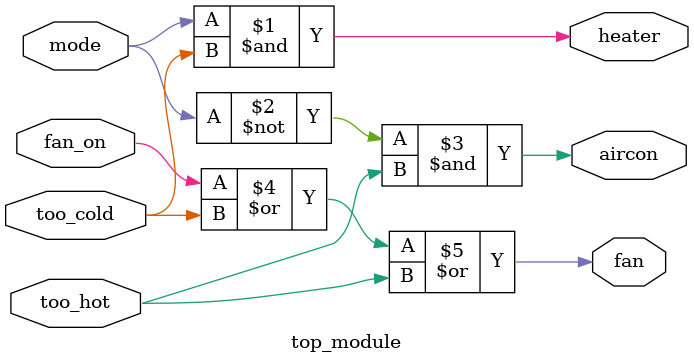
<source format=sv>
module top_module(
    input mode,
    input too_cold,
    input too_hot,
    input fan_on,
    output heater,
    output aircon,
    output fan
);

  // Outputs
  assign heater = (mode & too_cold);
  assign aircon = (~mode & too_hot);
  assign fan = (fan_on | too_cold | too_hot);

endmodule

</source>
